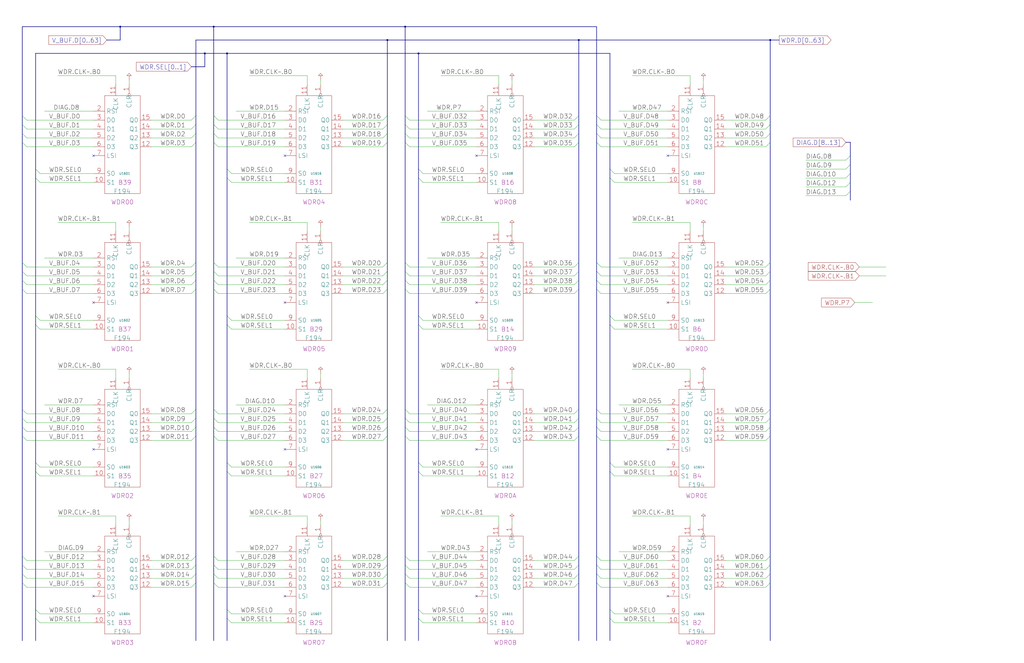
<source format=kicad_sch>
(kicad_sch (version 20250114) (generator "eeschema") (generator_version "9.0")
  (paper "User" 584.2 378.46)
  (title_block (title "WRITE DATA REGISTER\\nREGISTER ARRAY") (date "22-MAR-90") (rev "1.0") (comment 1 "VALUE") (comment 2 "232-003063") (comment 3 "S400") (comment 4 "RELEASED"))
  (junction (at 439.42 22.86))
  (junction (at 220.98 22.86))
  (junction (at 116.84 30.48))
  (junction (at 231.14 15.24))
  (junction (at 330.2 22.86))
  (junction (at 68.58 15.24))
  (junction (at 121.92 15.24))
  (junction (at 129.54 30.48))
  (junction (at 238.76 30.48))
  (no_connect (at 162.56 256.54))
  (no_connect (at 53.34 340.36))
  (no_connect (at 271.78 340.36))
  (no_connect (at 53.34 256.54))
  (no_connect (at 53.34 88.9))
  (no_connect (at 162.56 88.9))
  (no_connect (at 381 340.36))
  (no_connect (at 53.34 172.72))
  (no_connect (at 381 172.72))
  (no_connect (at 381 88.9))
  (no_connect (at 271.78 172.72))
  (no_connect (at 271.78 88.9))
  (no_connect (at 162.56 340.36))
  (no_connect (at 162.56 172.72))
  (no_connect (at 381 256.54))
  (no_connect (at 271.78 256.54))
  (bus_entry (at 20.32 353.06) (size 2.54 2.54))
  (bus_entry (at 220.98 154.94) (size -2.54 2.54))
  (bus_entry (at 220.98 81.28) (size -2.54 2.54))
  (bus_entry (at 111.76 327.66) (size -2.54 2.54))
  (bus_entry (at 485.14 88.9) (size -2.54 2.54))
  (bus_entry (at 340.36 233.68) (size 2.54 2.54))
  (bus_entry (at 121.92 233.68) (size 2.54 2.54))
  (bus_entry (at 111.76 317.5) (size -2.54 2.54))
  (bus_entry (at 12.7 327.66) (size 2.54 2.54))
  (bus_entry (at 220.98 233.68) (size -2.54 2.54))
  (bus_entry (at 121.92 327.66) (size 2.54 2.54))
  (bus_entry (at 111.76 238.76) (size -2.54 2.54))
  (bus_entry (at 111.76 332.74) (size -2.54 2.54))
  (bus_entry (at 340.36 81.28) (size 2.54 2.54))
  (bus_entry (at 111.76 233.68) (size -2.54 2.54))
  (bus_entry (at 231.14 243.84) (size 2.54 2.54))
  (bus_entry (at 347.98 353.06) (size 2.54 2.54))
  (bus_entry (at 238.76 180.34) (size 2.54 2.54))
  (bus_entry (at 121.92 154.94) (size 2.54 2.54))
  (bus_entry (at 121.92 243.84) (size 2.54 2.54))
  (bus_entry (at 439.42 327.66) (size -2.54 2.54))
  (bus_entry (at 231.14 317.5) (size 2.54 2.54))
  (bus_entry (at 12.7 317.5) (size 2.54 2.54))
  (bus_entry (at 340.36 248.92) (size 2.54 2.54))
  (bus_entry (at 129.54 101.6) (size 2.54 2.54))
  (bus_entry (at 12.7 243.84) (size 2.54 2.54))
  (bus_entry (at 439.42 243.84) (size -2.54 2.54))
  (bus_entry (at 231.14 149.86) (size 2.54 2.54))
  (bus_entry (at 439.42 332.74) (size -2.54 2.54))
  (bus_entry (at 340.36 332.74) (size 2.54 2.54))
  (bus_entry (at 12.7 322.58) (size 2.54 2.54))
  (bus_entry (at 439.42 154.94) (size -2.54 2.54))
  (bus_entry (at 220.98 332.74) (size -2.54 2.54))
  (bus_entry (at 20.32 101.6) (size 2.54 2.54))
  (bus_entry (at 340.36 322.58) (size 2.54 2.54))
  (bus_entry (at 220.98 76.2) (size -2.54 2.54))
  (bus_entry (at 347.98 264.16) (size 2.54 2.54))
  (bus_entry (at 111.76 76.2) (size -2.54 2.54))
  (bus_entry (at 12.7 154.94) (size 2.54 2.54))
  (bus_entry (at 111.76 165.1) (size -2.54 2.54))
  (bus_entry (at 20.32 264.16) (size 2.54 2.54))
  (bus_entry (at 439.42 165.1) (size -2.54 2.54))
  (bus_entry (at 231.14 233.68) (size 2.54 2.54))
  (bus_entry (at 121.92 332.74) (size 2.54 2.54))
  (bus_entry (at 12.7 238.76) (size 2.54 2.54))
  (bus_entry (at 340.36 160.02) (size 2.54 2.54))
  (bus_entry (at 238.76 101.6) (size 2.54 2.54))
  (bus_entry (at 231.14 66.04) (size 2.54 2.54))
  (bus_entry (at 111.76 243.84) (size -2.54 2.54))
  (bus_entry (at 111.76 154.94) (size -2.54 2.54))
  (bus_entry (at 231.14 165.1) (size 2.54 2.54))
  (bus_entry (at 231.14 76.2) (size 2.54 2.54))
  (bus_entry (at 121.92 76.2) (size 2.54 2.54))
  (bus_entry (at 330.2 248.92) (size -2.54 2.54))
  (bus_entry (at 231.14 248.92) (size 2.54 2.54))
  (bus_entry (at 439.42 233.68) (size -2.54 2.54))
  (bus_entry (at 12.7 233.68) (size 2.54 2.54))
  (bus_entry (at 439.42 248.92) (size -2.54 2.54))
  (bus_entry (at 330.2 332.74) (size -2.54 2.54))
  (bus_entry (at 238.76 353.06) (size 2.54 2.54))
  (bus_entry (at 12.7 160.02) (size 2.54 2.54))
  (bus_entry (at 129.54 185.42) (size 2.54 2.54))
  (bus_entry (at 485.14 93.98) (size -2.54 2.54))
  (bus_entry (at 121.92 66.04) (size 2.54 2.54))
  (bus_entry (at 231.14 322.58) (size 2.54 2.54))
  (bus_entry (at 111.76 66.04) (size -2.54 2.54))
  (bus_entry (at 121.92 81.28) (size 2.54 2.54))
  (bus_entry (at 231.14 160.02) (size 2.54 2.54))
  (bus_entry (at 12.7 76.2) (size 2.54 2.54))
  (bus_entry (at 439.42 71.12) (size -2.54 2.54))
  (bus_entry (at 439.42 76.2) (size -2.54 2.54))
  (bus_entry (at 340.36 238.76) (size 2.54 2.54))
  (bus_entry (at 330.2 243.84) (size -2.54 2.54))
  (bus_entry (at 485.14 99.06) (size -2.54 2.54))
  (bus_entry (at 231.14 81.28) (size 2.54 2.54))
  (bus_entry (at 129.54 96.52) (size 2.54 2.54))
  (bus_entry (at 439.42 160.02) (size -2.54 2.54))
  (bus_entry (at 238.76 269.24) (size 2.54 2.54))
  (bus_entry (at 20.32 347.98) (size 2.54 2.54))
  (bus_entry (at 330.2 317.5) (size -2.54 2.54))
  (bus_entry (at 12.7 71.12) (size 2.54 2.54))
  (bus_entry (at 340.36 66.04) (size 2.54 2.54))
  (bus_entry (at 220.98 66.04) (size -2.54 2.54))
  (bus_entry (at 238.76 264.16) (size 2.54 2.54))
  (bus_entry (at 121.92 165.1) (size 2.54 2.54))
  (bus_entry (at 439.42 238.76) (size -2.54 2.54))
  (bus_entry (at 111.76 322.58) (size -2.54 2.54))
  (bus_entry (at 220.98 248.92) (size -2.54 2.54))
  (bus_entry (at 347.98 180.34) (size 2.54 2.54))
  (bus_entry (at 231.14 332.74) (size 2.54 2.54))
  (bus_entry (at 111.76 81.28) (size -2.54 2.54))
  (bus_entry (at 129.54 347.98) (size 2.54 2.54))
  (bus_entry (at 129.54 269.24) (size 2.54 2.54))
  (bus_entry (at 330.2 233.68) (size -2.54 2.54))
  (bus_entry (at 121.92 149.86) (size 2.54 2.54))
  (bus_entry (at 12.7 248.92) (size 2.54 2.54))
  (bus_entry (at 121.92 322.58) (size 2.54 2.54))
  (bus_entry (at 439.42 322.58) (size -2.54 2.54))
  (bus_entry (at 238.76 185.42) (size 2.54 2.54))
  (bus_entry (at 12.7 165.1) (size 2.54 2.54))
  (bus_entry (at 220.98 160.02) (size -2.54 2.54))
  (bus_entry (at 129.54 353.06) (size 2.54 2.54))
  (bus_entry (at 238.76 347.98) (size 2.54 2.54))
  (bus_entry (at 340.36 327.66) (size 2.54 2.54))
  (bus_entry (at 485.14 109.22) (size -2.54 2.54))
  (bus_entry (at 238.76 96.52) (size 2.54 2.54))
  (bus_entry (at 220.98 165.1) (size -2.54 2.54))
  (bus_entry (at 347.98 347.98) (size 2.54 2.54))
  (bus_entry (at 330.2 81.28) (size -2.54 2.54))
  (bus_entry (at 12.7 66.04) (size 2.54 2.54))
  (bus_entry (at 485.14 104.14) (size -2.54 2.54))
  (bus_entry (at 231.14 71.12) (size 2.54 2.54))
  (bus_entry (at 121.92 71.12) (size 2.54 2.54))
  (bus_entry (at 340.36 243.84) (size 2.54 2.54))
  (bus_entry (at 439.42 66.04) (size -2.54 2.54))
  (bus_entry (at 330.2 154.94) (size -2.54 2.54))
  (bus_entry (at 330.2 66.04) (size -2.54 2.54))
  (bus_entry (at 330.2 149.86) (size -2.54 2.54))
  (bus_entry (at 340.36 76.2) (size 2.54 2.54))
  (bus_entry (at 220.98 238.76) (size -2.54 2.54))
  (bus_entry (at 330.2 71.12) (size -2.54 2.54))
  (bus_entry (at 129.54 180.34) (size 2.54 2.54))
  (bus_entry (at 121.92 238.76) (size 2.54 2.54))
  (bus_entry (at 220.98 149.86) (size -2.54 2.54))
  (bus_entry (at 129.54 264.16) (size 2.54 2.54))
  (bus_entry (at 330.2 322.58) (size -2.54 2.54))
  (bus_entry (at 12.7 149.86) (size 2.54 2.54))
  (bus_entry (at 340.36 165.1) (size 2.54 2.54))
  (bus_entry (at 220.98 317.5) (size -2.54 2.54))
  (bus_entry (at 20.32 180.34) (size 2.54 2.54))
  (bus_entry (at 347.98 96.52) (size 2.54 2.54))
  (bus_entry (at 340.36 71.12) (size 2.54 2.54))
  (bus_entry (at 20.32 269.24) (size 2.54 2.54))
  (bus_entry (at 231.14 154.94) (size 2.54 2.54))
  (bus_entry (at 340.36 154.94) (size 2.54 2.54))
  (bus_entry (at 121.92 248.92) (size 2.54 2.54))
  (bus_entry (at 20.32 185.42) (size 2.54 2.54))
  (bus_entry (at 12.7 81.28) (size 2.54 2.54))
  (bus_entry (at 20.32 96.52) (size 2.54 2.54))
  (bus_entry (at 12.7 332.74) (size 2.54 2.54))
  (bus_entry (at 330.2 238.76) (size -2.54 2.54))
  (bus_entry (at 111.76 71.12) (size -2.54 2.54))
  (bus_entry (at 330.2 165.1) (size -2.54 2.54))
  (bus_entry (at 340.36 149.86) (size 2.54 2.54))
  (bus_entry (at 220.98 327.66) (size -2.54 2.54))
  (bus_entry (at 111.76 149.86) (size -2.54 2.54))
  (bus_entry (at 111.76 248.92) (size -2.54 2.54))
  (bus_entry (at 347.98 101.6) (size 2.54 2.54))
  (bus_entry (at 347.98 269.24) (size 2.54 2.54))
  (bus_entry (at 439.42 317.5) (size -2.54 2.54))
  (bus_entry (at 340.36 317.5) (size 2.54 2.54))
  (bus_entry (at 121.92 160.02) (size 2.54 2.54))
  (bus_entry (at 439.42 81.28) (size -2.54 2.54))
  (bus_entry (at 330.2 160.02) (size -2.54 2.54))
  (bus_entry (at 121.92 317.5) (size 2.54 2.54))
  (bus_entry (at 330.2 76.2) (size -2.54 2.54))
  (bus_entry (at 439.42 149.86) (size -2.54 2.54))
  (bus_entry (at 231.14 327.66) (size 2.54 2.54))
  (bus_entry (at 330.2 327.66) (size -2.54 2.54))
  (bus_entry (at 111.76 160.02) (size -2.54 2.54))
  (bus_entry (at 220.98 322.58) (size -2.54 2.54))
  (bus_entry (at 347.98 185.42) (size 2.54 2.54))
  (bus_entry (at 220.98 71.12) (size -2.54 2.54))
  (bus_entry (at 231.14 238.76) (size 2.54 2.54))
  (bus_entry (at 220.98 243.84) (size -2.54 2.54))
  (wire (pts (xy 243.84 63.5) (xy 271.78 63.5)))
  (wire (pts (xy 459.74 96.52) (xy 482.6 96.52)))
  (bus (pts (xy 111.76 327.66) (xy 111.76 332.74)))
  (wire (pts (xy 73.66 129.54) (xy 73.66 132.08)))
  (bus (pts (xy 12.7 66.04) (xy 12.7 71.12)))
  (wire (pts (xy 353.06 63.5) (xy 381 63.5)))
  (bus (pts (xy 220.98 22.86) (xy 330.2 22.86)))
  (wire (pts (xy 134.62 314.96) (xy 162.56 314.96)))
  (wire (pts (xy 195.58 241.3) (xy 218.44 241.3)))
  (wire (pts (xy 459.74 91.44) (xy 482.6 91.44)))
  (wire (pts (xy 182.88 129.54) (xy 182.88 132.08)))
  (bus (pts (xy 439.42 238.76) (xy 439.42 243.84)))
  (bus (pts (xy 340.36 154.94) (xy 340.36 160.02)))
  (wire (pts (xy 350.52 355.6) (xy 381 355.6)))
  (bus (pts (xy 330.2 160.02) (xy 330.2 165.1)))
  (wire (pts (xy 414.02 78.74) (xy 436.88 78.74)))
  (wire (pts (xy 233.68 246.38) (xy 271.78 246.38)))
  (wire (pts (xy 393.7 43.18) (xy 393.7 48.26)))
  (bus (pts (xy 231.14 165.1) (xy 231.14 233.68)))
  (bus (pts (xy 68.58 15.24) (xy 121.92 15.24)))
  (wire (pts (xy 66.04 127) (xy 66.04 132.08)))
  (wire (pts (xy 15.24 246.38) (xy 53.34 246.38)))
  (wire (pts (xy 15.24 320.04) (xy 53.34 320.04)))
  (wire (pts (xy 304.8 157.48) (xy 327.66 157.48)))
  (bus (pts (xy 340.36 322.58) (xy 340.36 327.66)))
  (wire (pts (xy 86.36 73.66) (xy 109.22 73.66)))
  (bus (pts (xy 330.2 22.86) (xy 330.2 66.04)))
  (wire (pts (xy 132.08 355.6) (xy 162.56 355.6)))
  (wire (pts (xy 304.8 330.2) (xy 327.66 330.2)))
  (bus (pts (xy 121.92 149.86) (xy 121.92 154.94)))
  (bus (pts (xy 129.54 185.42) (xy 129.54 264.16)))
  (bus (pts (xy 220.98 154.94) (xy 220.98 160.02)))
  (wire (pts (xy 251.46 294.64) (xy 284.48 294.64)))
  (wire (pts (xy 233.68 73.66) (xy 271.78 73.66)))
  (wire (pts (xy 86.36 68.58) (xy 109.22 68.58)))
  (bus (pts (xy 121.92 71.12) (xy 121.92 76.2)))
  (wire (pts (xy 304.8 162.56) (xy 327.66 162.56)))
  (wire (pts (xy 490.22 157.48) (xy 505.46 157.48)))
  (bus (pts (xy 482.6 81.28) (xy 485.14 81.28)))
  (bus (pts (xy 111.76 332.74) (xy 111.76 365.76)))
  (bus (pts (xy 220.98 66.04) (xy 220.98 71.12)))
  (bus (pts (xy 121.92 233.68) (xy 121.92 238.76)))
  (wire (pts (xy 22.86 355.6) (xy 53.34 355.6)))
  (bus (pts (xy 340.36 233.68) (xy 340.36 238.76)))
  (wire (pts (xy 25.4 63.5) (xy 53.34 63.5)))
  (wire (pts (xy 15.24 241.3) (xy 53.34 241.3)))
  (bus (pts (xy 121.92 327.66) (xy 121.92 332.74)))
  (bus (pts (xy 12.7 317.5) (xy 12.7 322.58)))
  (wire (pts (xy 132.08 104.14) (xy 162.56 104.14)))
  (wire (pts (xy 142.24 210.82) (xy 175.26 210.82)))
  (wire (pts (xy 414.02 83.82) (xy 436.88 83.82)))
  (bus (pts (xy 111.76 238.76) (xy 111.76 243.84)))
  (wire (pts (xy 241.3 104.14) (xy 271.78 104.14)))
  (wire (pts (xy 414.02 162.56) (xy 436.88 162.56)))
  (bus (pts (xy 439.42 22.86) (xy 444.5 22.86)))
  (wire (pts (xy 33.02 210.82) (xy 66.04 210.82)))
  (bus (pts (xy 231.14 327.66) (xy 231.14 332.74)))
  (bus (pts (xy 12.7 332.74) (xy 12.7 365.76)))
  (bus (pts (xy 330.2 81.28) (xy 330.2 149.86)))
  (wire (pts (xy 22.86 266.7) (xy 53.34 266.7)))
  (wire (pts (xy 360.68 294.64) (xy 393.7 294.64)))
  (wire (pts (xy 15.24 78.74) (xy 53.34 78.74)))
  (bus (pts (xy 231.14 81.28) (xy 231.14 149.86)))
  (bus (pts (xy 340.36 317.5) (xy 340.36 322.58)))
  (wire (pts (xy 195.58 246.38) (xy 218.44 246.38)))
  (wire (pts (xy 401.32 213.36) (xy 401.32 215.9)))
  (bus (pts (xy 220.98 332.74) (xy 220.98 365.76)))
  (wire (pts (xy 350.52 350.52) (xy 381 350.52)))
  (wire (pts (xy 175.26 127) (xy 175.26 132.08)))
  (wire (pts (xy 393.7 127) (xy 393.7 132.08)))
  (bus (pts (xy 330.2 327.66) (xy 330.2 332.74)))
  (bus (pts (xy 330.2 66.04) (xy 330.2 71.12)))
  (wire (pts (xy 233.68 157.48) (xy 271.78 157.48)))
  (wire (pts (xy 342.9 251.46) (xy 381 251.46)))
  (wire (pts (xy 304.8 320.04) (xy 327.66 320.04)))
  (bus (pts (xy 439.42 81.28) (xy 439.42 149.86)))
  (wire (pts (xy 342.9 162.56) (xy 381 162.56)))
  (bus (pts (xy 238.76 347.98) (xy 238.76 353.06)))
  (bus (pts (xy 12.7 149.86) (xy 12.7 154.94)))
  (wire (pts (xy 73.66 45.72) (xy 73.66 48.26)))
  (wire (pts (xy 182.88 213.36) (xy 182.88 215.9)))
  (bus (pts (xy 111.76 22.86) (xy 111.76 66.04)))
  (wire (pts (xy 195.58 335.28) (xy 218.44 335.28)))
  (wire (pts (xy 195.58 251.46) (xy 218.44 251.46)))
  (bus (pts (xy 330.2 149.86) (xy 330.2 154.94)))
  (bus (pts (xy 439.42 332.74) (xy 439.42 365.76)))
  (bus (pts (xy 330.2 76.2) (xy 330.2 81.28)))
  (wire (pts (xy 350.52 99.06) (xy 381 99.06)))
  (bus (pts (xy 220.98 233.68) (xy 220.98 238.76)))
  (wire (pts (xy 86.36 335.28) (xy 109.22 335.28)))
  (bus (pts (xy 330.2 332.74) (xy 330.2 365.76)))
  (wire (pts (xy 233.68 167.64) (xy 271.78 167.64)))
  (bus (pts (xy 121.92 165.1) (xy 121.92 233.68)))
  (wire (pts (xy 241.3 99.06) (xy 271.78 99.06)))
  (wire (pts (xy 134.62 63.5) (xy 162.56 63.5)))
  (bus (pts (xy 121.92 15.24) (xy 121.92 66.04)))
  (wire (pts (xy 401.32 297.18) (xy 401.32 299.72)))
  (bus (pts (xy 220.98 81.28) (xy 220.98 149.86)))
  (wire (pts (xy 304.8 167.64) (xy 327.66 167.64)))
  (wire (pts (xy 86.36 241.3) (xy 109.22 241.3)))
  (wire (pts (xy 292.1 45.72) (xy 292.1 48.26)))
  (bus (pts (xy 238.76 96.52) (xy 238.76 101.6)))
  (wire (pts (xy 241.3 271.78) (xy 271.78 271.78)))
  (bus (pts (xy 347.98 185.42) (xy 347.98 264.16)))
  (bus (pts (xy 111.76 322.58) (xy 111.76 327.66)))
  (wire (pts (xy 124.46 251.46) (xy 162.56 251.46)))
  (wire (pts (xy 414.02 167.64) (xy 436.88 167.64)))
  (wire (pts (xy 304.8 68.58) (xy 327.66 68.58)))
  (bus (pts (xy 111.76 81.28) (xy 111.76 149.86)))
  (bus (pts (xy 12.7 238.76) (xy 12.7 243.84)))
  (bus (pts (xy 340.36 76.2) (xy 340.36 81.28)))
  (bus (pts (xy 220.98 243.84) (xy 220.98 248.92)))
  (wire (pts (xy 233.68 236.22) (xy 271.78 236.22)))
  (wire (pts (xy 233.68 325.12) (xy 271.78 325.12)))
  (wire (pts (xy 195.58 78.74) (xy 218.44 78.74)))
  (wire (pts (xy 124.46 83.82) (xy 162.56 83.82)))
  (bus (pts (xy 129.54 353.06) (xy 129.54 365.76)))
  (wire (pts (xy 414.02 335.28) (xy 436.88 335.28)))
  (bus (pts (xy 340.36 243.84) (xy 340.36 248.92)))
  (bus (pts (xy 20.32 30.48) (xy 116.84 30.48)))
  (wire (pts (xy 342.9 157.48) (xy 381 157.48)))
  (wire (pts (xy 132.08 266.7) (xy 162.56 266.7)))
  (bus (pts (xy 111.76 154.94) (xy 111.76 160.02)))
  (wire (pts (xy 292.1 129.54) (xy 292.1 132.08)))
  (wire (pts (xy 195.58 152.4) (xy 218.44 152.4)))
  (wire (pts (xy 342.9 325.12) (xy 381 325.12)))
  (bus (pts (xy 121.92 66.04) (xy 121.92 71.12)))
  (wire (pts (xy 284.48 127) (xy 284.48 132.08)))
  (bus (pts (xy 111.76 71.12) (xy 111.76 76.2)))
  (bus (pts (xy 340.36 81.28) (xy 340.36 149.86)))
  (bus (pts (xy 129.54 101.6) (xy 129.54 180.34)))
  (bus (pts (xy 20.32 180.34) (xy 20.32 185.42)))
  (bus (pts (xy 220.98 71.12) (xy 220.98 76.2)))
  (wire (pts (xy 15.24 330.2) (xy 53.34 330.2)))
  (bus (pts (xy 347.98 180.34) (xy 347.98 185.42)))
  (wire (pts (xy 124.46 241.3) (xy 162.56 241.3)))
  (wire (pts (xy 342.9 320.04) (xy 381 320.04)))
  (bus (pts (xy 238.76 185.42) (xy 238.76 264.16)))
  (wire (pts (xy 342.9 236.22) (xy 381 236.22)))
  (wire (pts (xy 353.06 231.14) (xy 381 231.14)))
  (wire (pts (xy 15.24 83.82) (xy 53.34 83.82)))
  (wire (pts (xy 360.68 210.82) (xy 393.7 210.82)))
  (bus (pts (xy 231.14 332.74) (xy 231.14 365.76)))
  (wire (pts (xy 86.36 157.48) (xy 109.22 157.48)))
  (wire (pts (xy 15.24 162.56) (xy 53.34 162.56)))
  (bus (pts (xy 12.7 233.68) (xy 12.7 238.76)))
  (bus (pts (xy 439.42 233.68) (xy 439.42 238.76)))
  (bus (pts (xy 231.14 317.5) (xy 231.14 322.58)))
  (bus (pts (xy 439.42 149.86) (xy 439.42 154.94)))
  (wire (pts (xy 195.58 167.64) (xy 218.44 167.64)))
  (wire (pts (xy 241.3 350.52) (xy 271.78 350.52)))
  (bus (pts (xy 12.7 327.66) (xy 12.7 332.74)))
  (wire (pts (xy 124.46 78.74) (xy 162.56 78.74)))
  (bus (pts (xy 238.76 353.06) (xy 238.76 365.76)))
  (wire (pts (xy 86.36 236.22) (xy 109.22 236.22)))
  (wire (pts (xy 124.46 335.28) (xy 162.56 335.28)))
  (bus (pts (xy 12.7 71.12) (xy 12.7 76.2)))
  (wire (pts (xy 360.68 43.18) (xy 393.7 43.18)))
  (bus (pts (xy 129.54 269.24) (xy 129.54 347.98)))
  (wire (pts (xy 304.8 335.28) (xy 327.66 335.28)))
  (wire (pts (xy 292.1 213.36) (xy 292.1 215.9)))
  (wire (pts (xy 414.02 246.38) (xy 436.88 246.38)))
  (wire (pts (xy 304.8 73.66) (xy 327.66 73.66)))
  (bus (pts (xy 60.96 22.86) (xy 68.58 22.86)))
  (bus (pts (xy 238.76 101.6) (xy 238.76 180.34)))
  (wire (pts (xy 342.9 335.28) (xy 381 335.28)))
  (bus (pts (xy 220.98 238.76) (xy 220.98 243.84)))
  (bus (pts (xy 12.7 248.92) (xy 12.7 317.5)))
  (wire (pts (xy 142.24 127) (xy 175.26 127)))
  (wire (pts (xy 233.68 83.82) (xy 271.78 83.82)))
  (wire (pts (xy 86.36 251.46) (xy 109.22 251.46)))
  (bus (pts (xy 111.76 243.84) (xy 111.76 248.92)))
  (bus (pts (xy 330.2 322.58) (xy 330.2 327.66)))
  (wire (pts (xy 243.84 231.14) (xy 271.78 231.14)))
  (bus (pts (xy 20.32 30.48) (xy 20.32 96.52)))
  (wire (pts (xy 350.52 266.7) (xy 381 266.7)))
  (wire (pts (xy 15.24 73.66) (xy 53.34 73.66)))
  (bus (pts (xy 111.76 233.68) (xy 111.76 238.76)))
  (wire (pts (xy 132.08 182.88) (xy 162.56 182.88)))
  (wire (pts (xy 350.52 182.88) (xy 381 182.88)))
  (bus (pts (xy 340.36 15.24) (xy 340.36 66.04)))
  (bus (pts (xy 439.42 154.94) (xy 439.42 160.02)))
  (bus (pts (xy 330.2 165.1) (xy 330.2 233.68)))
  (wire (pts (xy 25.4 231.14) (xy 53.34 231.14)))
  (bus (pts (xy 485.14 93.98) (xy 485.14 99.06)))
  (wire (pts (xy 233.68 251.46) (xy 271.78 251.46)))
  (bus (pts (xy 485.14 104.14) (xy 485.14 109.22)))
  (bus (pts (xy 347.98 269.24) (xy 347.98 347.98)))
  (wire (pts (xy 25.4 147.32) (xy 53.34 147.32)))
  (wire (pts (xy 195.58 73.66) (xy 218.44 73.66)))
  (bus (pts (xy 347.98 30.48) (xy 347.98 96.52)))
  (bus (pts (xy 231.14 15.24) (xy 340.36 15.24)))
  (wire (pts (xy 414.02 68.58) (xy 436.88 68.58)))
  (wire (pts (xy 86.36 78.74) (xy 109.22 78.74)))
  (wire (pts (xy 342.9 152.4) (xy 381 152.4)))
  (bus (pts (xy 340.36 327.66) (xy 340.36 332.74)))
  (wire (pts (xy 195.58 162.56) (xy 218.44 162.56)))
  (bus (pts (xy 109.22 38.1) (xy 116.84 38.1)))
  (bus (pts (xy 121.92 15.24) (xy 231.14 15.24)))
  (wire (pts (xy 342.9 78.74) (xy 381 78.74)))
  (bus (pts (xy 485.14 109.22) (xy 485.14 114.3)))
  (bus (pts (xy 121.92 238.76) (xy 121.92 243.84)))
  (wire (pts (xy 304.8 246.38) (xy 327.66 246.38)))
  (bus (pts (xy 231.14 248.92) (xy 231.14 317.5)))
  (bus (pts (xy 20.32 347.98) (xy 20.32 353.06)))
  (bus (pts (xy 111.76 248.92) (xy 111.76 317.5)))
  (bus (pts (xy 340.36 238.76) (xy 340.36 243.84)))
  (bus (pts (xy 330.2 317.5) (xy 330.2 322.58)))
  (wire (pts (xy 195.58 320.04) (xy 218.44 320.04)))
  (wire (pts (xy 459.74 111.76) (xy 482.6 111.76)))
  (wire (pts (xy 134.62 231.14) (xy 162.56 231.14)))
  (wire (pts (xy 175.26 43.18) (xy 175.26 48.26)))
  (wire (pts (xy 86.36 152.4) (xy 109.22 152.4)))
  (wire (pts (xy 22.86 271.78) (xy 53.34 271.78)))
  (bus (pts (xy 439.42 160.02) (xy 439.42 165.1)))
  (bus (pts (xy 231.14 233.68) (xy 231.14 238.76)))
  (bus (pts (xy 220.98 76.2) (xy 220.98 81.28)))
  (bus (pts (xy 12.7 243.84) (xy 12.7 248.92)))
  (wire (pts (xy 393.7 294.64) (xy 393.7 299.72)))
  (bus (pts (xy 439.42 66.04) (xy 439.42 71.12)))
  (wire (pts (xy 182.88 297.18) (xy 182.88 299.72)))
  (bus (pts (xy 20.32 185.42) (xy 20.32 264.16)))
  (bus (pts (xy 439.42 317.5) (xy 439.42 322.58)))
  (wire (pts (xy 304.8 83.82) (xy 327.66 83.82)))
  (wire (pts (xy 350.52 271.78) (xy 381 271.78)))
  (wire (pts (xy 124.46 236.22) (xy 162.56 236.22)))
  (bus (pts (xy 121.92 81.28) (xy 121.92 149.86)))
  (wire (pts (xy 414.02 157.48) (xy 436.88 157.48)))
  (bus (pts (xy 220.98 327.66) (xy 220.98 332.74)))
  (wire (pts (xy 414.02 241.3) (xy 436.88 241.3)))
  (bus (pts (xy 116.84 38.1) (xy 116.84 30.48)))
  (wire (pts (xy 487.68 172.72) (xy 497.84 172.72)))
  (bus (pts (xy 129.54 30.48) (xy 129.54 96.52)))
  (wire (pts (xy 360.68 127) (xy 393.7 127)))
  (bus (pts (xy 121.92 322.58) (xy 121.92 327.66)))
  (bus (pts (xy 12.7 15.24) (xy 12.7 66.04)))
  (bus (pts (xy 330.2 71.12) (xy 330.2 76.2)))
  (bus (pts (xy 220.98 165.1) (xy 220.98 233.68)))
  (wire (pts (xy 22.86 99.06) (xy 53.34 99.06)))
  (wire (pts (xy 342.9 330.2) (xy 381 330.2)))
  (bus (pts (xy 340.36 165.1) (xy 340.36 233.68)))
  (wire (pts (xy 132.08 187.96) (xy 162.56 187.96)))
  (bus (pts (xy 439.42 327.66) (xy 439.42 332.74)))
  (bus (pts (xy 220.98 322.58) (xy 220.98 327.66)))
  (bus (pts (xy 129.54 264.16) (xy 129.54 269.24)))
  (wire (pts (xy 86.36 167.64) (xy 109.22 167.64)))
  (bus (pts (xy 12.7 322.58) (xy 12.7 327.66)))
  (wire (pts (xy 353.06 147.32) (xy 381 147.32)))
  (wire (pts (xy 195.58 83.82) (xy 218.44 83.82)))
  (wire (pts (xy 132.08 271.78) (xy 162.56 271.78)))
  (bus (pts (xy 439.42 322.58) (xy 439.42 327.66)))
  (wire (pts (xy 175.26 210.82) (xy 175.26 215.9)))
  (bus (pts (xy 220.98 248.92) (xy 220.98 317.5)))
  (bus (pts (xy 330.2 233.68) (xy 330.2 238.76)))
  (wire (pts (xy 342.9 83.82) (xy 381 83.82)))
  (wire (pts (xy 342.9 73.66) (xy 381 73.66)))
  (wire (pts (xy 124.46 320.04) (xy 162.56 320.04)))
  (bus (pts (xy 231.14 149.86) (xy 231.14 154.94)))
  (wire (pts (xy 15.24 157.48) (xy 53.34 157.48)))
  (wire (pts (xy 15.24 236.22) (xy 53.34 236.22)))
  (wire (pts (xy 414.02 320.04) (xy 436.88 320.04)))
  (wire (pts (xy 401.32 129.54) (xy 401.32 132.08)))
  (wire (pts (xy 22.86 187.96) (xy 53.34 187.96)))
  (wire (pts (xy 142.24 294.64) (xy 175.26 294.64)))
  (wire (pts (xy 243.84 314.96) (xy 271.78 314.96)))
  (wire (pts (xy 393.7 210.82) (xy 393.7 215.9)))
  (wire (pts (xy 414.02 152.4) (xy 436.88 152.4)))
  (wire (pts (xy 233.68 152.4) (xy 271.78 152.4)))
  (wire (pts (xy 22.86 104.14) (xy 53.34 104.14)))
  (bus (pts (xy 12.7 76.2) (xy 12.7 81.28)))
  (bus (pts (xy 238.76 264.16) (xy 238.76 269.24)))
  (wire (pts (xy 134.62 147.32) (xy 162.56 147.32)))
  (bus (pts (xy 111.76 76.2) (xy 111.76 81.28)))
  (wire (pts (xy 342.9 246.38) (xy 381 246.38)))
  (wire (pts (xy 233.68 162.56) (xy 271.78 162.56)))
  (wire (pts (xy 251.46 210.82) (xy 284.48 210.82)))
  (wire (pts (xy 304.8 241.3) (xy 327.66 241.3)))
  (wire (pts (xy 243.84 147.32) (xy 271.78 147.32)))
  (bus (pts (xy 340.36 332.74) (xy 340.36 365.76)))
  (bus (pts (xy 231.14 243.84) (xy 231.14 248.92)))
  (wire (pts (xy 33.02 127) (xy 66.04 127)))
  (bus (pts (xy 330.2 154.94) (xy 330.2 160.02)))
  (wire (pts (xy 233.68 320.04) (xy 271.78 320.04)))
  (bus (pts (xy 330.2 248.92) (xy 330.2 317.5)))
  (bus (pts (xy 12.7 81.28) (xy 12.7 149.86)))
  (wire (pts (xy 86.36 83.82) (xy 109.22 83.82)))
  (wire (pts (xy 175.26 294.64) (xy 175.26 299.72)))
  (bus (pts (xy 20.32 269.24) (xy 20.32 347.98)))
  (bus (pts (xy 231.14 15.24) (xy 231.14 66.04)))
  (wire (pts (xy 22.86 182.88) (xy 53.34 182.88)))
  (wire (pts (xy 195.58 236.22) (xy 218.44 236.22)))
  (bus (pts (xy 68.58 22.86) (xy 68.58 15.24)))
  (wire (pts (xy 15.24 68.58) (xy 53.34 68.58)))
  (wire (pts (xy 233.68 335.28) (xy 271.78 335.28)))
  (bus (pts (xy 111.76 317.5) (xy 111.76 322.58)))
  (bus (pts (xy 129.54 180.34) (xy 129.54 185.42)))
  (bus (pts (xy 238.76 269.24) (xy 238.76 347.98)))
  (bus (pts (xy 220.98 22.86) (xy 220.98 66.04)))
  (bus (pts (xy 485.14 81.28) (xy 485.14 88.9)))
  (bus (pts (xy 439.42 165.1) (xy 439.42 233.68)))
  (wire (pts (xy 233.68 78.74) (xy 271.78 78.74)))
  (bus (pts (xy 121.92 243.84) (xy 121.92 248.92)))
  (bus (pts (xy 20.32 96.52) (xy 20.32 101.6)))
  (wire (pts (xy 73.66 213.36) (xy 73.66 215.9)))
  (wire (pts (xy 490.22 152.4) (xy 505.46 152.4)))
  (wire (pts (xy 182.88 45.72) (xy 182.88 48.26)))
  (bus (pts (xy 231.14 154.94) (xy 231.14 160.02)))
  (bus (pts (xy 347.98 264.16) (xy 347.98 269.24)))
  (bus (pts (xy 12.7 154.94) (xy 12.7 160.02)))
  (wire (pts (xy 241.3 182.88) (xy 271.78 182.88)))
  (bus (pts (xy 220.98 160.02) (xy 220.98 165.1)))
  (bus (pts (xy 330.2 238.76) (xy 330.2 243.84)))
  (wire (pts (xy 86.36 325.12) (xy 109.22 325.12)))
  (wire (pts (xy 124.46 325.12) (xy 162.56 325.12)))
  (wire (pts (xy 241.3 266.7) (xy 271.78 266.7)))
  (bus (pts (xy 238.76 30.48) (xy 347.98 30.48)))
  (bus (pts (xy 12.7 165.1) (xy 12.7 233.68)))
  (bus (pts (xy 340.36 71.12) (xy 340.36 76.2)))
  (bus (pts (xy 121.92 154.94) (xy 121.92 160.02)))
  (wire (pts (xy 86.36 320.04) (xy 109.22 320.04)))
  (wire (pts (xy 284.48 294.64) (xy 284.48 299.72)))
  (bus (pts (xy 121.92 248.92) (xy 121.92 317.5)))
  (bus (pts (xy 121.92 160.02) (xy 121.92 165.1)))
  (bus (pts (xy 121.92 332.74) (xy 121.92 365.76)))
  (wire (pts (xy 353.06 314.96) (xy 381 314.96)))
  (bus (pts (xy 238.76 180.34) (xy 238.76 185.42)))
  (bus (pts (xy 439.42 76.2) (xy 439.42 81.28)))
  (wire (pts (xy 15.24 335.28) (xy 53.34 335.28)))
  (bus (pts (xy 20.32 101.6) (xy 20.32 180.34)))
  (bus (pts (xy 111.76 66.04) (xy 111.76 71.12)))
  (bus (pts (xy 231.14 238.76) (xy 231.14 243.84)))
  (wire (pts (xy 195.58 68.58) (xy 218.44 68.58)))
  (bus (pts (xy 340.36 160.02) (xy 340.36 165.1)))
  (wire (pts (xy 350.52 187.96) (xy 381 187.96)))
  (wire (pts (xy 251.46 43.18) (xy 284.48 43.18)))
  (wire (pts (xy 124.46 157.48) (xy 162.56 157.48)))
  (wire (pts (xy 33.02 294.64) (xy 66.04 294.64)))
  (wire (pts (xy 459.74 106.68) (xy 482.6 106.68)))
  (bus (pts (xy 231.14 76.2) (xy 231.14 81.28)))
  (wire (pts (xy 66.04 210.82) (xy 66.04 215.9)))
  (wire (pts (xy 304.8 325.12) (xy 327.66 325.12)))
  (wire (pts (xy 304.8 236.22) (xy 327.66 236.22)))
  (bus (pts (xy 129.54 30.48) (xy 238.76 30.48)))
  (wire (pts (xy 124.46 68.58) (xy 162.56 68.58)))
  (bus (pts (xy 439.42 22.86) (xy 439.42 66.04)))
  (wire (pts (xy 195.58 157.48) (xy 218.44 157.48)))
  (wire (pts (xy 132.08 99.06) (xy 162.56 99.06)))
  (wire (pts (xy 284.48 210.82) (xy 284.48 215.9)))
  (wire (pts (xy 86.36 246.38) (xy 109.22 246.38)))
  (bus (pts (xy 340.36 248.92) (xy 340.36 317.5)))
  (wire (pts (xy 304.8 152.4) (xy 327.66 152.4)))
  (wire (pts (xy 304.8 251.46) (xy 327.66 251.46)))
  (bus (pts (xy 340.36 66.04) (xy 340.36 71.12)))
  (wire (pts (xy 342.9 68.58) (xy 381 68.58)))
  (bus (pts (xy 20.32 264.16) (xy 20.32 269.24)))
  (wire (pts (xy 15.24 152.4) (xy 53.34 152.4)))
  (bus (pts (xy 111.76 160.02) (xy 111.76 165.1)))
  (wire (pts (xy 241.3 187.96) (xy 271.78 187.96)))
  (bus (pts (xy 347.98 353.06) (xy 347.98 365.76)))
  (bus (pts (xy 347.98 96.52) (xy 347.98 101.6)))
  (bus (pts (xy 111.76 22.86) (xy 220.98 22.86)))
  (wire (pts (xy 292.1 297.18) (xy 292.1 299.72)))
  (wire (pts (xy 142.24 43.18) (xy 175.26 43.18)))
  (wire (pts (xy 86.36 330.2) (xy 109.22 330.2)))
  (wire (pts (xy 33.02 43.18) (xy 66.04 43.18)))
  (wire (pts (xy 124.46 152.4) (xy 162.56 152.4)))
  (bus (pts (xy 485.14 88.9) (xy 485.14 93.98)))
  (bus (pts (xy 439.42 248.92) (xy 439.42 317.5)))
  (wire (pts (xy 22.86 350.52) (xy 53.34 350.52)))
  (wire (pts (xy 414.02 251.46) (xy 436.88 251.46)))
  (bus (pts (xy 129.54 347.98) (xy 129.54 353.06)))
  (bus (pts (xy 220.98 317.5) (xy 220.98 322.58)))
  (bus (pts (xy 439.42 71.12) (xy 439.42 76.2)))
  (wire (pts (xy 233.68 241.3) (xy 271.78 241.3)))
  (wire (pts (xy 73.66 297.18) (xy 73.66 299.72)))
  (bus (pts (xy 12.7 160.02) (xy 12.7 165.1)))
  (wire (pts (xy 124.46 330.2) (xy 162.56 330.2)))
  (bus (pts (xy 129.54 96.52) (xy 129.54 101.6)))
  (bus (pts (xy 231.14 66.04) (xy 231.14 71.12)))
  (bus (pts (xy 116.84 30.48) (xy 129.54 30.48)))
  (wire (pts (xy 86.36 162.56) (xy 109.22 162.56)))
  (wire (pts (xy 414.02 330.2) (xy 436.88 330.2)))
  (wire (pts (xy 342.9 241.3) (xy 381 241.3)))
  (bus (pts (xy 231.14 71.12) (xy 231.14 76.2)))
  (wire (pts (xy 132.08 350.52) (xy 162.56 350.52)))
  (wire (pts (xy 66.04 294.64) (xy 66.04 299.72)))
  (bus (pts (xy 111.76 165.1) (xy 111.76 233.68)))
  (wire (pts (xy 195.58 330.2) (xy 218.44 330.2)))
  (wire (pts (xy 251.46 127) (xy 284.48 127)))
  (wire (pts (xy 124.46 246.38) (xy 162.56 246.38)))
  (bus (pts (xy 111.76 149.86) (xy 111.76 154.94)))
  (bus (pts (xy 347.98 101.6) (xy 347.98 180.34)))
  (wire (pts (xy 25.4 314.96) (xy 53.34 314.96)))
  (wire (pts (xy 15.24 167.64) (xy 53.34 167.64)))
  (bus (pts (xy 330.2 22.86) (xy 439.42 22.86)))
  (wire (pts (xy 284.48 43.18) (xy 284.48 48.26)))
  (bus (pts (xy 121.92 76.2) (xy 121.92 81.28)))
  (bus (pts (xy 347.98 347.98) (xy 347.98 353.06)))
  (wire (pts (xy 459.74 101.6) (xy 482.6 101.6)))
  (bus (pts (xy 330.2 243.84) (xy 330.2 248.92)))
  (wire (pts (xy 414.02 236.22) (xy 436.88 236.22)))
  (wire (pts (xy 124.46 73.66) (xy 162.56 73.66)))
  (wire (pts (xy 350.52 104.14) (xy 381 104.14)))
  (bus (pts (xy 231.14 322.58) (xy 231.14 327.66)))
  (wire (pts (xy 414.02 325.12) (xy 436.88 325.12)))
  (bus (pts (xy 238.76 30.48) (xy 238.76 96.52)))
  (bus (pts (xy 231.14 160.02) (xy 231.14 165.1)))
  (wire (pts (xy 195.58 325.12) (xy 218.44 325.12)))
  (wire (pts (xy 124.46 162.56) (xy 162.56 162.56)))
  (bus (pts (xy 121.92 317.5) (xy 121.92 322.58)))
  (bus (pts (xy 20.32 353.06) (xy 20.32 365.76)))
  (wire (pts (xy 401.32 45.72) (xy 401.32 48.26)))
  (bus (pts (xy 12.7 15.24) (xy 68.58 15.24)))
  (wire (pts (xy 233.68 330.2) (xy 271.78 330.2)))
  (bus (pts (xy 340.36 149.86) (xy 340.36 154.94)))
  (wire (pts (xy 66.04 43.18) (xy 66.04 48.26)))
  (wire (pts (xy 304.8 78.74) (xy 327.66 78.74)))
  (wire (pts (xy 414.02 73.66) (xy 436.88 73.66)))
  (wire (pts (xy 241.3 355.6) (xy 271.78 355.6)))
  (wire (pts (xy 124.46 167.64) (xy 162.56 167.64)))
  (wire (pts (xy 233.68 68.58) (xy 271.78 68.58)))
  (bus (pts (xy 220.98 149.86) (xy 220.98 154.94)))
  (wire (pts (xy 342.9 167.64) (xy 381 167.64)))
  (bus (pts (xy 439.42 243.84) (xy 439.42 248.92)))
  (bus (pts (xy 485.14 99.06) (xy 485.14 104.14)))
  (wire (pts (xy 15.24 251.46) (xy 53.34 251.46)))
  (wire (pts (xy 15.24 325.12) (xy 53.34 325.12)))
  (label "V_BUF.D27" (at 137.16 251.46 0) (effects (font (size 2.54 2.54))))
  (label "V_BUF.D10" (at 27.94 246.38 0) (effects (font (size 2.54 2.54))))
  (label "V_BUF.D8" (at 27.94 236.22 0) (effects (font (size 2.54 2.54))))
  (label "WDR.D22" (at 200.66 162.56 0) (effects (font (size 2.54 2.54))))
  (label "WDR.SEL0" (at 246.38 350.52 0) (effects (font (size 2.54 2.54))))
  (label "V_BUF.D51" (at 355.6 83.82 0) (effects (font (size 2.54 2.54))))
  (label "WDR.D53" (at 419.1 157.48 0) (effects (font (size 2.54 2.54))))
  (label "WDR.CLK~.B0" (at 142.24 210.82 0) (effects (font (size 2.54 2.54))))
  (label "V_BUF.D29" (at 137.16 325.12 0) (effects (font (size 2.54 2.54))))
  (label "WDR.D7" (at 91.44 167.64 0) (effects (font (size 2.54 2.54))))
  (label "WDR.D39" (at 309.88 167.64 0) (effects (font (size 2.54 2.54))))
  (label "WDR.D17" (at 200.66 73.66 0) (effects (font (size 2.54 2.54))))
  (label "V_BUF.D56" (at 355.6 236.22 0) (effects (font (size 2.54 2.54))))
  (label "V_BUF.D35" (at 246.38 83.82 0) (effects (font (size 2.54 2.54))))
  (label "WDR.D24" (at 200.66 236.22 0) (effects (font (size 2.54 2.54))))
  (label "V_BUF.D0" (at 27.94 68.58 0) (effects (font (size 2.54 2.54))))
  (label "WDR.D41" (at 309.88 241.3 0) (effects (font (size 2.54 2.54))))
  (label "V_BUF.D43" (at 246.38 251.46 0) (effects (font (size 2.54 2.54))))
  (label "WDR.SEL1" (at 246.38 104.14 0) (effects (font (size 2.54 2.54))))
  (label "V_BUF.D63" (at 355.6 335.28 0) (effects (font (size 2.54 2.54))))
  (label "WDR.D63" (at 419.1 335.28 0) (effects (font (size 2.54 2.54))))
  (label "WDR.D56" (at 419.1 236.22 0) (effects (font (size 2.54 2.54))))
  (label "WDR.SEL1" (at 246.38 187.96 0) (effects (font (size 2.54 2.54))))
  (label "WDR.D14" (at 91.44 330.2 0) (effects (font (size 2.54 2.54))))
  (label "WDR.SEL1" (at 355.6 271.78 0) (effects (font (size 2.54 2.54))))
  (label "WDR.D47" (at 360.68 63.5 0) (effects (font (size 2.54 2.54))))
  (label "DIAG.D9" (at 33.02 314.96 0) (effects (font (size 2.54 2.54))))
  (label "WDR.D29" (at 200.66 325.12 0) (effects (font (size 2.54 2.54))))
  (label "WDR.D5" (at 91.44 157.48 0) (effects (font (size 2.54 2.54))))
  (label "WDR.D48" (at 419.1 68.58 0) (effects (font (size 2.54 2.54))))
  (label "WDR.CLK~.B1" (at 251.46 294.64 0) (effects (font (size 2.54 2.54))))
  (label "WDR.SEL1" (at 137.16 104.14 0) (effects (font (size 2.54 2.54))))
  (label "V_BUF.D9" (at 27.94 241.3 0) (effects (font (size 2.54 2.54))))
  (label "WDR.CLK~.B1" (at 33.02 294.64 0) (effects (font (size 2.54 2.54))))
  (label "V_BUF.D54" (at 355.6 162.56 0) (effects (font (size 2.54 2.54))))
  (label "V_BUF.D60" (at 355.6 320.04 0) (effects (font (size 2.54 2.54))))
  (label "WDR.D2" (at 91.44 78.74 0) (effects (font (size 2.54 2.54))))
  (label "WDR.SEL1" (at 27.94 104.14 0) (effects (font (size 2.54 2.54))))
  (label "WDR.CLK~.B0" (at 142.24 43.18 0) (effects (font (size 2.54 2.54))))
  (label "WDR.SEL1" (at 27.94 271.78 0) (effects (font (size 2.54 2.54))))
  (label "WDR.SEL0" (at 246.38 99.06 0) (effects (font (size 2.54 2.54))))
  (label "V_BUF.D18" (at 137.16 78.74 0) (effects (font (size 2.54 2.54))))
  (label "DIAG.D10" (at 139.7 231.14 0) (effects (font (size 2.54 2.54))))
  (label "V_BUF.D26" (at 137.16 246.38 0) (effects (font (size 2.54 2.54))))
  (label "V_BUF.D41" (at 246.38 241.3 0) (effects (font (size 2.54 2.54))))
  (label "V_BUF.D38" (at 246.38 162.56 0) (effects (font (size 2.54 2.54))))
  (label "WDR.D1" (at 91.44 73.66 0) (effects (font (size 2.54 2.54))))
  (label "WDR.SEL0" (at 355.6 182.88 0) (effects (font (size 2.54 2.54))))
  (label "WDR.SEL0" (at 246.38 182.88 0) (effects (font (size 2.54 2.54))))
  (label "V_BUF.D15" (at 27.94 335.28 0) (effects (font (size 2.54 2.54))))
  (label "V_BUF.D59" (at 355.6 251.46 0) (effects (font (size 2.54 2.54))))
  (label "WDR.D9" (at 91.44 241.3 0) (effects (font (size 2.54 2.54))))
  (label "WDR.SEL0" (at 27.94 99.06 0) (effects (font (size 2.54 2.54))))
  (label "WDR.D52" (at 419.1 152.4 0) (effects (font (size 2.54 2.54))))
  (label "WDR.SEL0" (at 246.38 266.7 0) (effects (font (size 2.54 2.54))))
  (label "WDR.SEL0" (at 27.94 350.52 0) (effects (font (size 2.54 2.54))))
  (label "V_BUF.D48" (at 355.6 68.58 0) (effects (font (size 2.54 2.54))))
  (label "WDR.D23" (at 200.66 167.64 0) (effects (font (size 2.54 2.54))))
  (label "WDR.D55" (at 360.68 231.14 0) (effects (font (size 2.54 2.54))))
  (label "WDR.D33" (at 309.88 73.66 0) (effects (font (size 2.54 2.54))))
  (label "DIAG.D8" (at 30.48 63.5 0) (effects (font (size 2.54 2.54))))
  (label "WDR.D7" (at 33.02 231.14 0) (effects (font (size 2.54 2.54))))
  (label "WDR.SEL0" (at 27.94 182.88 0) (effects (font (size 2.54 2.54))))
  (label "WDR.D51" (at 419.1 83.82 0) (effects (font (size 2.54 2.54))))
  (label "V_BUF.D7" (at 27.94 167.64 0) (effects (font (size 2.54 2.54))))
  (label "V_BUF.D28" (at 137.16 320.04 0) (effects (font (size 2.54 2.54))))
  (label "WDR.SEL0" (at 137.16 99.06 0) (effects (font (size 2.54 2.54))))
  (label "V_BUF.D44" (at 246.38 320.04 0) (effects (font (size 2.54 2.54))))
  (label "WDR.D26" (at 200.66 246.38 0) (effects (font (size 2.54 2.54))))
  (label "WDR.D43" (at 251.46 314.96 0) (effects (font (size 2.54 2.54))))
  (label "WDR.D37" (at 309.88 157.48 0) (effects (font (size 2.54 2.54))))
  (label "WDR.CLK~.B0" (at 360.68 43.18 0) (effects (font (size 2.54 2.54))))
  (label "WDR.D54" (at 419.1 162.56 0) (effects (font (size 2.54 2.54))))
  (label "WDR.D60" (at 419.1 320.04 0) (effects (font (size 2.54 2.54))))
  (label "WDR.D13" (at 91.44 325.12 0) (effects (font (size 2.54 2.54))))
  (label "WDR.CLK~.B0" (at 251.46 210.82 0) (effects (font (size 2.54 2.54))))
  (label "V_BUF.D25" (at 137.16 241.3 0) (effects (font (size 2.54 2.54))))
  (label "WDR.D44" (at 309.88 320.04 0) (effects (font (size 2.54 2.54))))
  (label "V_BUF.D19" (at 137.16 83.82 0) (effects (font (size 2.54 2.54))))
  (label "V_BUF.D1" (at 27.94 73.66 0) (effects (font (size 2.54 2.54))))
  (label "WDR.SEL0" (at 355.6 266.7 0) (effects (font (size 2.54 2.54))))
  (label "V_BUF.D45" (at 246.38 325.12 0) (effects (font (size 2.54 2.54))))
  (label "V_BUF.D61" (at 355.6 325.12 0) (effects (font (size 2.54 2.54))))
  (label "WDR.D57" (at 419.1 241.3 0) (effects (font (size 2.54 2.54))))
  (label "WDR.SEL1" (at 355.6 187.96 0) (effects (font (size 2.54 2.54))))
  (label "WDR.D34" (at 309.88 78.74 0) (effects (font (size 2.54 2.54))))
  (label "WDR.D25" (at 200.66 241.3 0) (effects (font (size 2.54 2.54))))
  (label "V_BUF.D34" (at 246.38 78.74 0) (effects (font (size 2.54 2.54))))
  (label "WDR.D27" (at 200.66 251.46 0) (effects (font (size 2.54 2.54))))
  (label "WDR.SEL1" (at 246.38 271.78 0) (effects (font (size 2.54 2.54))))
  (label "V_BUF.D47" (at 246.38 335.28 0) (effects (font (size 2.54 2.54))))
  (label "WDR.D36" (at 309.88 152.4 0) (effects (font (size 2.54 2.54))))
  (label "WDR.SEL1" (at 137.16 355.6 0) (effects (font (size 2.54 2.54))))
  (label "V_BUF.D3" (at 27.94 83.82 0) (effects (font (size 2.54 2.54))))
  (label "V_BUF.D53" (at 355.6 157.48 0) (effects (font (size 2.54 2.54))))
  (label "V_BUF.D33" (at 246.38 73.66 0) (effects (font (size 2.54 2.54))))
  (label "V_BUF.D57" (at 355.6 241.3 0) (effects (font (size 2.54 2.54))))
  (label "WDR.CLK~.B0" (at 33.02 210.82 0) (effects (font (size 2.54 2.54))))
  (label "WDR.D27" (at 142.24 314.96 0) (effects (font (size 2.54 2.54))))
  (label "V_BUF.D2" (at 27.94 78.74 0) (effects (font (size 2.54 2.54))))
  (label "V_BUF.D30" (at 137.16 330.2 0) (effects (font (size 2.54 2.54))))
  (label "WDR.D31" (at 200.66 335.28 0) (effects (font (size 2.54 2.54))))
  (label "WDR.D59" (at 419.1 251.46 0) (effects (font (size 2.54 2.54))))
  (label "WDR.SEL0" (at 355.6 99.06 0) (effects (font (size 2.54 2.54))))
  (label "WDR.D49" (at 419.1 73.66 0) (effects (font (size 2.54 2.54))))
  (label "WDR.D16" (at 200.66 68.58 0) (effects (font (size 2.54 2.54))))
  (label "DIAG.D10" (at 459.74 101.6 0) (effects (font (size 2.54 2.54))))
  (label "WDR.D59" (at 360.68 314.96 0) (effects (font (size 2.54 2.54))))
  (label "WDR.SEL0" (at 27.94 266.7 0) (effects (font (size 2.54 2.54))))
  (label "WDR.SEL0" (at 137.16 350.52 0) (effects (font (size 2.54 2.54))))
  (label "V_BUF.D58" (at 355.6 246.38 0) (effects (font (size 2.54 2.54))))
  (label "V_BUF.D55" (at 355.6 167.64 0) (effects (font (size 2.54 2.54))))
  (label "WDR.D43" (at 309.88 251.46 0) (effects (font (size 2.54 2.54))))
  (label "V_BUF.D52" (at 355.6 152.4 0) (effects (font (size 2.54 2.54))))
  (label "WDR.D15" (at 91.44 335.28 0) (effects (font (size 2.54 2.54))))
  (label "WDR.D19" (at 142.24 147.32 0) (effects (font (size 2.54 2.54))))
  (label "WDR.CLK~.B1" (at 142.24 294.64 0) (effects (font (size 2.54 2.54))))
  (label "WDR.D30" (at 200.66 330.2 0) (effects (font (size 2.54 2.54))))
  (label "DIAG.D12" (at 459.74 106.68 0) (effects (font (size 2.54 2.54))))
  (label "WDR.SEL1" (at 355.6 355.6 0) (effects (font (size 2.54 2.54))))
  (label "WDR.D40" (at 309.88 236.22 0) (effects (font (size 2.54 2.54))))
  (label "WDR.CLK~.B1" (at 251.46 127 0) (effects (font (size 2.54 2.54))))
  (label "V_BUF.D12" (at 27.94 320.04 0) (effects (font (size 2.54 2.54))))
  (label "WDR.D47" (at 309.88 335.28 0) (effects (font (size 2.54 2.54))))
  (label "V_BUF.D46" (at 246.38 330.2 0) (effects (font (size 2.54 2.54))))
  (label "WDR.SEL1" (at 137.16 187.96 0) (effects (font (size 2.54 2.54))))
  (label "WDR.D18" (at 200.66 78.74 0) (effects (font (size 2.54 2.54))))
  (label "WDR.D21" (at 200.66 157.48 0) (effects (font (size 2.54 2.54))))
  (label "WDR.D32" (at 309.88 68.58 0) (effects (font (size 2.54 2.54))))
  (label "WDR.D0" (at 91.44 68.58 0) (effects (font (size 2.54 2.54))))
  (label "DIAG.D8" (at 459.74 91.44 0) (effects (font (size 2.54 2.54))))
  (label "V_BUF.D11" (at 27.94 251.46 0) (effects (font (size 2.54 2.54))))
  (label "V_BUF.D32" (at 246.38 68.58 0) (effects (font (size 2.54 2.54))))
  (label "WDR.D45" (at 309.88 325.12 0) (effects (font (size 2.54 2.54))))
  (label "WDR.SEL1" (at 27.94 187.96 0) (effects (font (size 2.54 2.54))))
  (label "V_BUF.D49" (at 355.6 73.66 0) (effects (font (size 2.54 2.54))))
  (label "V_BUF.D36" (at 246.38 152.4 0) (effects (font (size 2.54 2.54))))
  (label "V_BUF.D23" (at 137.16 167.64 0) (effects (font (size 2.54 2.54))))
  (label "V_BUF.D13" (at 27.94 325.12 0) (effects (font (size 2.54 2.54))))
  (label "V_BUF.D50" (at 355.6 78.74 0) (effects (font (size 2.54 2.54))))
  (label "V_BUF.D39" (at 246.38 167.64 0) (effects (font (size 2.54 2.54))))
  (label "WDR.D8" (at 91.44 236.22 0) (effects (font (size 2.54 2.54))))
  (label "WDR.D12" (at 91.44 320.04 0) (effects (font (size 2.54 2.54))))
  (label "DIAG.D13" (at 360.68 147.32 0) (effects (font (size 2.54 2.54))))
  (label "DIAG.D9" (at 459.74 96.52 0) (effects (font (size 2.54 2.54))))
  (label "WDR.CLK~.B1" (at 33.02 127 0) (effects (font (size 2.54 2.54))))
  (label "V_BUF.D31" (at 137.16 335.28 0) (effects (font (size 2.54 2.54))))
  (label "WDR.D28" (at 200.66 320.04 0) (effects (font (size 2.54 2.54))))
  (label "WDR.CLK~.B1" (at 360.68 127 0) (effects (font (size 2.54 2.54))))
  (label "V_BUF.D16" (at 137.16 68.58 0) (effects (font (size 2.54 2.54))))
  (label "WDR.D19" (at 200.66 83.82 0) (effects (font (size 2.54 2.54))))
  (label "V_BUF.D21" (at 137.16 157.48 0) (effects (font (size 2.54 2.54))))
  (label "WDR.SEL0" (at 137.16 266.7 0) (effects (font (size 2.54 2.54))))
  (label "WDR.D58" (at 419.1 246.38 0) (effects (font (size 2.54 2.54))))
  (label "WDR.D3" (at 91.44 83.82 0) (effects (font (size 2.54 2.54))))
  (label "WDR.CLK~.B0" (at 251.46 43.18 0) (effects (font (size 2.54 2.54))))
  (label "WDR.D46" (at 309.88 330.2 0) (effects (font (size 2.54 2.54))))
  (label "V_BUF.D22" (at 137.16 162.56 0) (effects (font (size 2.54 2.54))))
  (label "WDR.CLK~.B1" (at 360.68 294.64 0) (effects (font (size 2.54 2.54))))
  (label "V_BUF.D40" (at 246.38 236.22 0) (effects (font (size 2.54 2.54))))
  (label "WDR.CLK~.B0" (at 33.02 43.18 0) (effects (font (size 2.54 2.54))))
  (label "WDR.D3" (at 33.02 147.32 0) (effects (font (size 2.54 2.54))))
  (label "WDR.CLK~.B1" (at 142.24 127 0) (effects (font (size 2.54 2.54))))
  (label "WDR.D35" (at 251.46 147.32 0) (effects (font (size 2.54 2.54))))
  (label "WDR.SEL1" (at 137.16 271.78 0) (effects (font (size 2.54 2.54))))
  (label "WDR.D55" (at 419.1 167.64 0) (effects (font (size 2.54 2.54))))
  (label "WDR.SEL0" (at 137.16 182.88 0) (effects (font (size 2.54 2.54))))
  (label "V_BUF.D62" (at 355.6 330.2 0) (effects (font (size 2.54 2.54))))
  (label "WDR.D35" (at 309.88 83.82 0) (effects (font (size 2.54 2.54))))
  (label "V_BUF.D20" (at 137.16 152.4 0) (effects (font (size 2.54 2.54))))
  (label "WDR.D11" (at 91.44 251.46 0) (effects (font (size 2.54 2.54))))
  (label "WDR.D20" (at 200.66 152.4 0) (effects (font (size 2.54 2.54))))
  (label "V_BUF.D17" (at 137.16 73.66 0) (effects (font (size 2.54 2.54))))
  (label "V_BUF.D6" (at 27.94 162.56 0) (effects (font (size 2.54 2.54))))
  (label "V_BUF.D37" (at 246.38 157.48 0) (effects (font (size 2.54 2.54))))
  (label "WDR.D6" (at 91.44 162.56 0) (effects (font (size 2.54 2.54))))
  (label "WDR.SEL1" (at 355.6 104.14 0) (effects (font (size 2.54 2.54))))
  (label "DIAG.D13" (at 459.74 111.76 0) (effects (font (size 2.54 2.54))))
  (label "WDR.D42" (at 309.88 246.38 0) (effects (font (size 2.54 2.54))))
  (label "WDR.D61" (at 419.1 325.12 0) (effects (font (size 2.54 2.54))))
  (label "WDR.D50" (at 419.1 78.74 0) (effects (font (size 2.54 2.54))))
  (label "WDR.SEL1" (at 27.94 355.6 0) (effects (font (size 2.54 2.54))))
  (label "WDR.SEL0" (at 355.6 350.52 0) (effects (font (size 2.54 2.54))))
  (label "DIAG.D12" (at 248.92 231.14 0) (effects (font (size 2.54 2.54))))
  (label "WDR.SEL1" (at 246.38 355.6 0) (effects (font (size 2.54 2.54))))
  (label "V_BUF.D24" (at 137.16 236.22 0) (effects (font (size 2.54 2.54))))
  (label "WDR.D4" (at 91.44 152.4 0) (effects (font (size 2.54 2.54))))
  (label "WDR.CLK~.B0" (at 360.68 210.82 0) (effects (font (size 2.54 2.54))))
  (label "WDR.D62" (at 419.1 330.2 0) (effects (font (size 2.54 2.54))))
  (label "V_BUF.D5" (at 27.94 157.48 0) (effects (font (size 2.54 2.54))))
  (label "V_BUF.D42" (at 246.38 246.38 0) (effects (font (size 2.54 2.54))))
  (label "V_BUF.D4" (at 27.94 152.4 0) (effects (font (size 2.54 2.54))))
  (label "WDR.P7" (at 248.92 63.5 0) (effects (font (size 2.54 2.54))))
  (label "WDR.D10" (at 91.44 246.38 0) (effects (font (size 2.54 2.54))))
  (label "WDR.D38" (at 309.88 162.56 0) (effects (font (size 2.54 2.54))))
  (label "WDR.D15" (at 142.24 63.5 0) (effects (font (size 2.54 2.54))))
  (label "V_BUF.D14" (at 27.94 330.2 0) (effects (font (size 2.54 2.54))))
  (global_label "WDR.D[0..63]" (shape output) (at 444.5 22.86 0) (effects (font (size 2.54 2.54))) (property "Intersheetrefs" "${INTERSHEET_REFS}" (at 474.1212 22.7013 0) (effects (font (size 1.905 1.905)) (justify left))))
  (global_label "DIAG.D[8..13]" (shape input) (at 482.6 81.28 180) (effects (font (size 2.54 2.54))) (property "Intersheetrefs" "${INTERSHEET_REFS}" (at 452.495 81.1213 0) (effects (font (size 1.905 1.905)) (justify right))))
  (global_label "WDR.P7" (shape input) (at 487.68 172.72 180) (effects (font (size 2.54 2.54))) (property "Intersheetrefs" "${INTERSHEET_REFS}" (at 468.7026 172.5613 0) (effects (font (size 1.905 1.905)) (justify right))))
  (global_label "WDR.SEL[0..1]" (shape input) (at 109.22 38.1 180) (effects (font (size 2.54 2.54))) (property "Intersheetrefs" "${INTERSHEET_REFS}" (at 77.7845 37.9413 0) (effects (font (size 1.905 1.905)) (justify right))))
  (global_label "V_BUF.D[0..63]" (shape input) (at 60.96 22.86 180) (effects (font (size 2.54 2.54))) (property "Intersheetrefs" "${INTERSHEET_REFS}" (at 27.8311 22.7013 0) (effects (font (size 1.905 1.905)) (justify right))))
  (global_label "WDR.CLK~.B1" (shape input) (at 490.22 157.48 180) (effects (font (size 2.54 2.54))) (property "Intersheetrefs" "${INTERSHEET_REFS}" (at 461.0826 157.3213 0) (effects (font (size 1.905 1.905)) (justify right))))
  (global_label "WDR.CLK~.B0" (shape input) (at 490.22 152.4 180) (effects (font (size 2.54 2.54))) (property "Intersheetrefs" "${INTERSHEET_REFS}" (at 461.0826 152.2413 0) (effects (font (size 1.905 1.905)) (justify right))))
  (symbol (lib_id "r1000:PU") (at 73.66 213.36 0) (unit 1)
    (property "Reference" "#PWR01603" (effects (hide yes)))
    (property "Value" "PU" (effects (hide yes)))
  )
  (symbol (lib_id "r1000:F194") (at 287.02 187.96 0) (unit 1)
    (property "Reference" "U1609" (at 289.56 182.88 0))
    (property "Value" "F194" (at 283.21 193.04 0) (effects (font (size 2.54 2.54)) (justify left)))
    (property "Location" "B14" (at 285.75 187.96 0) (effects (font (size 2.54 2.54)) (justify left)))
    (property "Name" "WDR09" (at 288.29 200.66 0) (effects (font (size 2.54 2.54)) (justify bottom)))
  )
  (symbol (lib_id "r1000:F194") (at 287.02 104.14 0) (unit 1)
    (property "Reference" "U1608" (at 289.56 99.06 0))
    (property "Value" "F194" (at 283.21 109.22 0) (effects (font (size 2.54 2.54)) (justify left)))
    (property "Location" "B16" (at 285.75 104.14 0) (effects (font (size 2.54 2.54)) (justify left)))
    (property "Name" "WDR08" (at 288.29 116.84 0) (effects (font (size 2.54 2.54)) (justify bottom)))
  )
  (symbol (lib_id "r1000:PU") (at 182.88 297.18 0) (unit 1)
    (property "Reference" "#PWR01607" (effects (hide yes)))
    (property "Value" "PU" (effects (hide yes)))
  )
  (symbol (lib_id "r1000:F194") (at 68.58 271.78 0) (unit 1)
    (property "Reference" "U1603" (at 71.12 266.7 0))
    (property "Value" "F194" (at 64.77 276.86 0) (effects (font (size 2.54 2.54)) (justify left)))
    (property "Location" "B35" (at 67.31 271.78 0) (effects (font (size 2.54 2.54)) (justify left)))
    (property "Name" "WDR02" (at 69.85 284.48 0) (effects (font (size 2.54 2.54)) (justify bottom)))
  )
  (symbol (lib_id "r1000:PU") (at 292.1 297.18 0) (unit 1)
    (property "Reference" "#PWR01611" (effects (hide yes)))
    (property "Value" "PU" (effects (hide yes)))
  )
  (symbol (lib_id "r1000:F194") (at 177.8 271.78 0) (unit 1)
    (property "Reference" "U1606" (at 180.34 266.7 0))
    (property "Value" "F194" (at 173.99 276.86 0) (effects (font (size 2.54 2.54)) (justify left)))
    (property "Location" "B27" (at 176.53 271.78 0) (effects (font (size 2.54 2.54)) (justify left)))
    (property "Name" "WDR06" (at 179.07 284.48 0) (effects (font (size 2.54 2.54)) (justify bottom)))
  )
  (symbol (lib_id "r1000:PU") (at 182.88 45.72 0) (unit 1)
    (property "Reference" "#PWR01616" (effects (hide yes)))
    (property "Value" "PU" (effects (hide yes)))
  )
  (symbol (lib_id "r1000:F194") (at 396.24 271.78 0) (unit 1)
    (property "Reference" "U1614" (at 398.78 266.7 0))
    (property "Value" "F194" (at 392.43 276.86 0) (effects (font (size 2.54 2.54)) (justify left)))
    (property "Location" "B4" (at 394.97 271.78 0) (effects (font (size 2.54 2.54)) (justify left)))
    (property "Name" "WDR0E" (at 397.51 284.48 0) (effects (font (size 2.54 2.54)) (justify bottom)))
  )
  (symbol (lib_id "r1000:PU") (at 401.32 45.72 0) (unit 1)
    (property "Reference" "#PWR01612" (effects (hide yes)))
    (property "Value" "PU" (effects (hide yes)))
  )
  (symbol (lib_id "r1000:PU") (at 401.32 213.36 0) (unit 1)
    (property "Reference" "#PWR01614" (effects (hide yes)))
    (property "Value" "PU" (effects (hide yes)))
  )
  (symbol (lib_id "r1000:PU") (at 73.66 45.72 0) (unit 1)
    (property "Reference" "#PWR01601" (effects (hide yes)))
    (property "Value" "PU" (effects (hide yes)))
  )
  (symbol (lib_id "r1000:F194") (at 396.24 104.14 0) (unit 1)
    (property "Reference" "U1612" (at 398.78 99.06 0))
    (property "Value" "F194" (at 392.43 109.22 0) (effects (font (size 2.54 2.54)) (justify left)))
    (property "Location" "B8" (at 394.97 104.14 0) (effects (font (size 2.54 2.54)) (justify left)))
    (property "Name" "WDR0C" (at 397.51 116.84 0) (effects (font (size 2.54 2.54)) (justify bottom)))
  )
  (symbol (lib_id "r1000:F194") (at 396.24 355.6 0) (unit 1)
    (property "Reference" "U1615" (at 398.78 350.52 0))
    (property "Value" "F194" (at 392.43 360.68 0) (effects (font (size 2.54 2.54)) (justify left)))
    (property "Location" "B2" (at 394.97 355.6 0) (effects (font (size 2.54 2.54)) (justify left)))
    (property "Name" "WDR0F" (at 397.51 368.3 0) (effects (font (size 2.54 2.54)) (justify bottom)))
  )
  (symbol (lib_id "r1000:PU") (at 292.1 213.36 0) (unit 1)
    (property "Reference" "#PWR01610" (effects (hide yes)))
    (property "Value" "PU" (effects (hide yes)))
  )
  (symbol (lib_id "r1000:PU") (at 73.66 297.18 0) (unit 1)
    (property "Reference" "#PWR01604" (effects (hide yes)))
    (property "Value" "PU" (effects (hide yes)))
  )
  (symbol (lib_id "r1000:F194") (at 177.8 355.6 0) (unit 1)
    (property "Reference" "U1607" (at 180.34 350.52 0))
    (property "Value" "F194" (at 173.99 360.68 0) (effects (font (size 2.54 2.54)) (justify left)))
    (property "Location" "B25" (at 176.53 355.6 0) (effects (font (size 2.54 2.54)) (justify left)))
    (property "Name" "WDR07" (at 179.07 368.3 0) (effects (font (size 2.54 2.54)) (justify bottom)))
  )
  (symbol (lib_id "r1000:F194") (at 177.8 187.96 0) (unit 1)
    (property "Reference" "U1605" (at 180.34 182.88 0))
    (property "Value" "F194" (at 173.99 193.04 0) (effects (font (size 2.54 2.54)) (justify left)))
    (property "Location" "B29" (at 176.53 187.96 0) (effects (font (size 2.54 2.54)) (justify left)))
    (property "Name" "WDR05" (at 179.07 200.66 0) (effects (font (size 2.54 2.54)) (justify bottom)))
  )
  (symbol (lib_id "r1000:F194") (at 68.58 104.14 0) (unit 1)
    (property "Reference" "U1601" (at 71.12 99.06 0))
    (property "Value" "F194" (at 64.77 109.22 0) (effects (font (size 2.54 2.54)) (justify left)))
    (property "Location" "B39" (at 67.31 104.14 0) (effects (font (size 2.54 2.54)) (justify left)))
    (property "Name" "WDR00" (at 69.85 116.84 0) (effects (font (size 2.54 2.54)) (justify bottom)))
  )
  (symbol (lib_id "r1000:PU") (at 401.32 297.18 0) (unit 1)
    (property "Reference" "#PWR01615" (effects (hide yes)))
    (property "Value" "PU" (effects (hide yes)))
  )
  (symbol (lib_id "r1000:F194") (at 396.24 187.96 0) (unit 1)
    (property "Reference" "U1613" (at 398.78 182.88 0))
    (property "Value" "F194" (at 392.43 193.04 0) (effects (font (size 2.54 2.54)) (justify left)))
    (property "Location" "B6" (at 394.97 187.96 0) (effects (font (size 2.54 2.54)) (justify left)))
    (property "Name" "WDR0D" (at 397.51 200.66 0) (effects (font (size 2.54 2.54)) (justify bottom)))
  )
  (symbol (lib_id "r1000:F194") (at 177.8 104.14 0) (unit 1)
    (property "Reference" "U1616" (at 180.34 99.06 0))
    (property "Value" "F194" (at 173.99 109.22 0) (effects (font (size 2.54 2.54)) (justify left)))
    (property "Location" "B31" (at 176.53 104.14 0) (effects (font (size 2.54 2.54)) (justify left)))
    (property "Name" "WDR04" (at 179.07 116.84 0) (effects (font (size 2.54 2.54)) (justify bottom)))
  )
  (symbol (lib_id "r1000:PU") (at 292.1 45.72 0) (unit 1)
    (property "Reference" "#PWR01608" (effects (hide yes)))
    (property "Value" "PU" (effects (hide yes)))
  )
  (symbol (lib_id "r1000:F194") (at 68.58 187.96 0) (unit 1)
    (property "Reference" "U1602" (at 71.12 182.88 0))
    (property "Value" "F194" (at 64.77 193.04 0) (effects (font (size 2.54 2.54)) (justify left)))
    (property "Location" "B37" (at 67.31 187.96 0) (effects (font (size 2.54 2.54)) (justify left)))
    (property "Name" "WDR01" (at 69.85 200.66 0) (effects (font (size 2.54 2.54)) (justify bottom)))
  )
  (symbol (lib_id "r1000:PU") (at 73.66 129.54 0) (unit 1)
    (property "Reference" "#PWR01602" (effects (hide yes)))
    (property "Value" "PU" (effects (hide yes)))
  )
  (symbol (lib_id "r1000:F194") (at 287.02 355.6 0) (unit 1)
    (property "Reference" "U1611" (at 289.56 350.52 0))
    (property "Value" "F194" (at 283.21 360.68 0) (effects (font (size 2.54 2.54)) (justify left)))
    (property "Location" "B10" (at 285.75 355.6 0) (effects (font (size 2.54 2.54)) (justify left)))
    (property "Name" "WDR0B" (at 288.29 368.3 0) (effects (font (size 2.54 2.54)) (justify bottom)))
  )
  (symbol (lib_id "r1000:F194") (at 287.02 271.78 0) (unit 1)
    (property "Reference" "U1610" (at 289.56 266.7 0))
    (property "Value" "F194" (at 283.21 276.86 0) (effects (font (size 2.54 2.54)) (justify left)))
    (property "Location" "B12" (at 285.75 271.78 0) (effects (font (size 2.54 2.54)) (justify left)))
    (property "Name" "WDR0A" (at 288.29 284.48 0) (effects (font (size 2.54 2.54)) (justify bottom)))
  )
  (symbol (lib_id "r1000:PU") (at 182.88 213.36 0) (unit 1)
    (property "Reference" "#PWR01606" (effects (hide yes)))
    (property "Value" "PU" (effects (hide yes)))
  )
  (symbol (lib_id "r1000:PU") (at 401.32 129.54 0) (unit 1)
    (property "Reference" "#PWR01613" (effects (hide yes)))
    (property "Value" "PU" (effects (hide yes)))
  )
  (symbol (lib_id "r1000:PU") (at 182.88 129.54 0) (unit 1)
    (property "Reference" "#PWR01605" (effects (hide yes)))
    (property "Value" "PU" (effects (hide yes)))
  )
  (symbol (lib_id "r1000:PU") (at 292.1 129.54 0) (unit 1)
    (property "Reference" "#PWR01609" (effects (hide yes)))
    (property "Value" "PU" (effects (hide yes)))
  )
  (symbol (lib_id "r1000:F194") (at 68.58 355.6 0) (unit 1)
    (property "Reference" "U1604" (at 71.12 350.52 0))
    (property "Value" "F194" (at 64.77 360.68 0) (effects (font (size 2.54 2.54)) (justify left)))
    (property "Location" "B33" (at 67.31 355.6 0) (effects (font (size 2.54 2.54)) (justify left)))
    (property "Name" "WDR03" (at 69.85 368.3 0) (effects (font (size 2.54 2.54)) (justify bottom)))
  )
)
</source>
